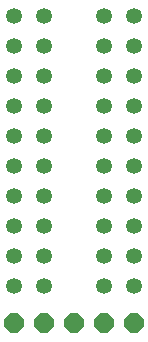
<source format=gbs>
G75*
%MOIN*%
%OFA0B0*%
%FSLAX24Y24*%
%IPPOS*%
%LPD*%
%AMOC8*
5,1,8,0,0,1.08239X$1,22.5*
%
%ADD10C,0.0530*%
%ADD11OC8,0.0650*%
D10*
X000900Y005750D03*
X000900Y006750D03*
X000900Y007750D03*
X000900Y008750D03*
X000900Y009750D03*
X000900Y010750D03*
X000900Y011750D03*
X000900Y012750D03*
X000900Y013750D03*
X000900Y014750D03*
X001900Y014750D03*
X001900Y013750D03*
X001900Y012750D03*
X001900Y011750D03*
X001900Y010750D03*
X001900Y009750D03*
X001900Y008750D03*
X001900Y007750D03*
X001900Y006750D03*
X001900Y005750D03*
X003900Y005750D03*
X003900Y006750D03*
X003900Y007750D03*
X003900Y008750D03*
X003900Y009750D03*
X003900Y010750D03*
X003900Y011750D03*
X003900Y012750D03*
X003900Y013750D03*
X003900Y014750D03*
X004900Y014750D03*
X004900Y013750D03*
X004900Y012750D03*
X004900Y011750D03*
X004900Y010750D03*
X004900Y009750D03*
X004900Y008750D03*
X004900Y007750D03*
X004900Y006750D03*
X004900Y005750D03*
D11*
X000900Y004500D03*
X001900Y004500D03*
X002900Y004500D03*
X003900Y004500D03*
X004900Y004500D03*
M02*

</source>
